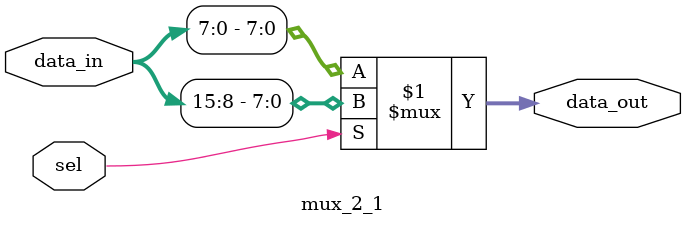
<source format=v>

`timescale 1ns/1ps
module mux_2_1#(
  parameter integer WIDTH     = 8,        // Data Width
  parameter integer IN_WIDTH  = 2*WIDTH,  // Input Width = 2 * Data Width =16
  parameter integer OUT_WIDTH = WIDTH     // Output Width
) 
(
  input  wire                                     sel,
  input  wire        [ IN_WIDTH       -1 : 0 ]    data_in, //equal to data_in = {data1,data2}; bitlen=16
  output wire        [ OUT_WIDTH      -1 : 0 ]    data_out//equal to data_out = data1 or data2; bitlen=8
);

assign data_out = sel ? data_in[WIDTH+:WIDTH] : data_in[0+:WIDTH];
//[0+:WIDTH]  equal to  [0:WIDTH-1]

endmodule

</source>
